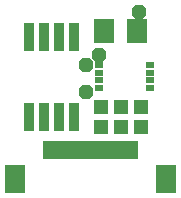
<source format=gts>
G75*
%MOIN*%
%OFA0B0*%
%FSLAX25Y25*%
%IPPOS*%
%LPD*%
%AMOC8*
5,1,8,0,0,1.08239X$1,22.5*
%
%ADD10R,0.02000X0.06300*%
%ADD11R,0.07100X0.09500*%
%ADD12R,0.03200X0.09500*%
%ADD13R,0.02965X0.02178*%
%ADD14R,0.07099X0.07887*%
%ADD15R,0.04737X0.05131*%
%ADD16OC8,0.04762*%
D10*
X0041438Y0036033D03*
X0043438Y0036033D03*
X0045438Y0036033D03*
X0047338Y0036033D03*
X0049338Y0036033D03*
X0051338Y0036033D03*
X0053238Y0036033D03*
X0055238Y0036033D03*
X0057238Y0036033D03*
X0059238Y0036033D03*
X0061138Y0036033D03*
X0063138Y0036033D03*
X0065138Y0036033D03*
X0067038Y0036033D03*
X0069038Y0036033D03*
X0071038Y0036033D03*
D11*
X0031038Y0026333D03*
X0081438Y0026333D03*
D12*
X0050638Y0047033D03*
X0045638Y0047033D03*
X0040638Y0047033D03*
X0035638Y0047033D03*
X0035638Y0073533D03*
X0040638Y0073533D03*
X0045638Y0073533D03*
X0050638Y0073533D03*
D13*
X0058975Y0064372D03*
X0058975Y0061813D03*
X0058975Y0059254D03*
X0058975Y0059254D03*
X0058975Y0056695D03*
X0076101Y0056695D03*
X0076101Y0059254D03*
X0076101Y0061813D03*
X0076101Y0064372D03*
D14*
X0071850Y0075633D03*
X0060826Y0075633D03*
D15*
X0059588Y0050480D03*
X0059588Y0043787D03*
X0066238Y0043787D03*
X0066238Y0050480D03*
X0072938Y0050480D03*
X0072938Y0043787D03*
D16*
X0054738Y0055433D03*
X0054738Y0064433D03*
X0058988Y0067683D03*
X0072238Y0081933D03*
M02*

</source>
